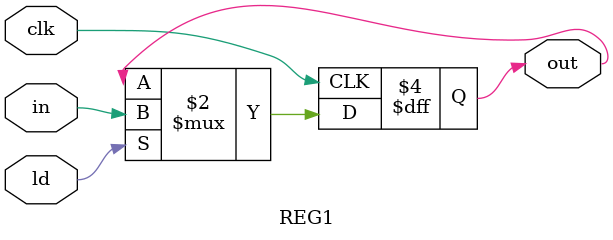
<source format=v>
`timescale 1ns/1ns;

module REG1(input in, input ld, clk, output reg out);
	always@(posedge  clk)
		if (ld)
			out <= in;
endmodule
</source>
